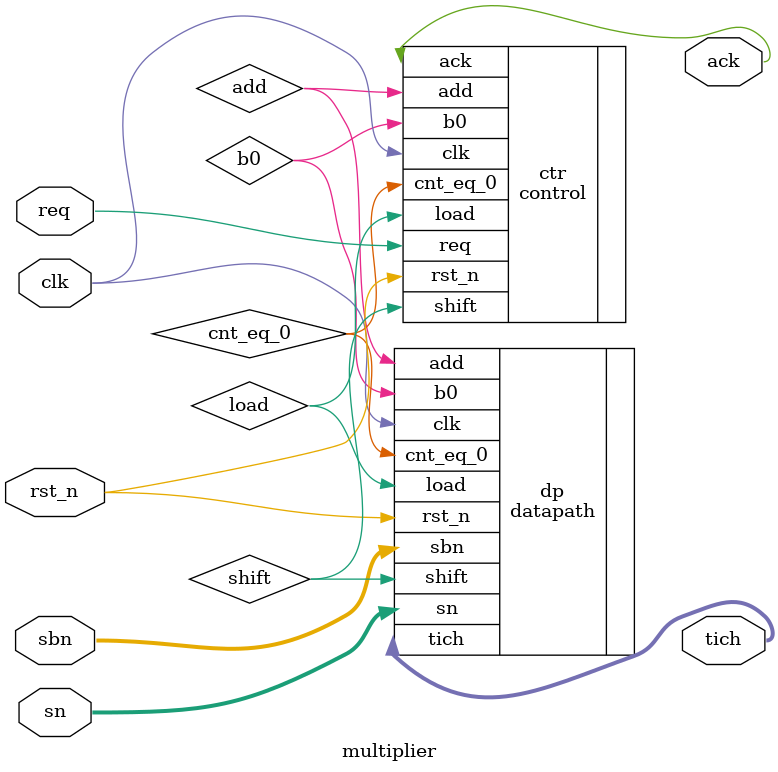
<source format=v>
module multiplier #( parameter n = 8)
(
    input clk, rst_n,
    input [n-1:0] sn, sbn,
    output [2*n-1:0] tich,
    input req,  // = 1 trong 1 chu ky de bao bat dau nhan
    output ack // = 1 trong 1 chu ky de bao ket thuc nhan
);

    wire cnt_eq_0, b0, add, shift, load;
    datapath #(.n(n)) dp(
        .clk(clk), .rst_n(rst_n),
        .sn(sn), .sbn(sbn),
        .add(add), .shift(shift),
        .cnt_eq_0(cnt_eq_0), .b0(b0),
        .tich(tich),
        .load(load)
    );

    control #(.n(n)) ctr(
        .clk(clk), .rst_n(rst_n),
        .req(req), .ack(ack),
        .add(add), .shift(shift),
        .cnt_eq_0(cnt_eq_0), .b0(b0),
        .load(load)
    );
    
endmodule
</source>
